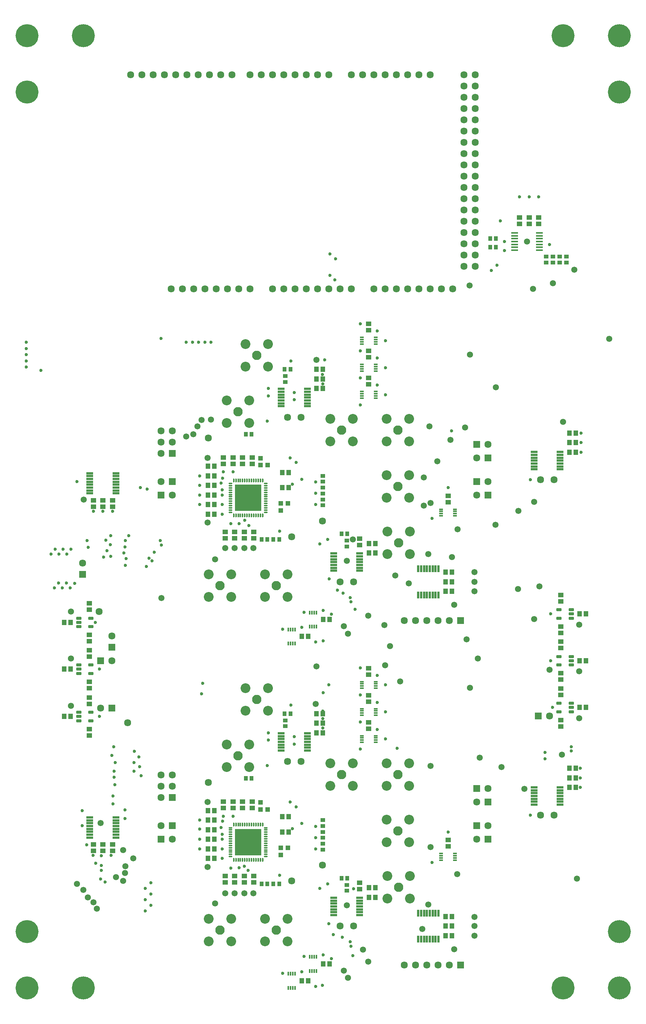
<source format=gbr>
G04*
G04 #@! TF.GenerationSoftware,Altium Limited,Altium Designer,23.5.1 (21)*
G04*
G04 Layer_Color=8388736*
%FSLAX26Y26*%
%MOIN*%
G70*
G04*
G04 #@! TF.SameCoordinates,6A5F5C75-F477-485A-9627-383C203D1060*
G04*
G04*
G04 #@! TF.FilePolarity,Negative*
G04*
G01*
G75*
%ADD31O,0.033937X0.014252*%
%ADD32O,0.014252X0.033937*%
%ADD33R,0.238268X0.238268*%
%ADD34R,0.045748X0.041811*%
%ADD35R,0.041811X0.035906*%
%ADD36R,0.062992X0.013780*%
%ADD37R,0.035906X0.041811*%
%ADD38R,0.062480X0.022126*%
%ADD39R,0.041811X0.045748*%
%ADD40R,0.037874X0.016220*%
G04:AMPARAMS|DCode=41|XSize=28.031mil|YSize=43.779mil|CornerRadius=4.213mil|HoleSize=0mil|Usage=FLASHONLY|Rotation=270.000|XOffset=0mil|YOffset=0mil|HoleType=Round|Shape=RoundedRectangle|*
%AMROUNDEDRECTD41*
21,1,0.028031,0.035354,0,0,270.0*
21,1,0.019606,0.043779,0,0,270.0*
1,1,0.008425,-0.017677,-0.009803*
1,1,0.008425,-0.017677,0.009803*
1,1,0.008425,0.017677,0.009803*
1,1,0.008425,0.017677,-0.009803*
%
%ADD41ROUNDEDRECTD41*%
%ADD42R,0.022126X0.062480*%
%ADD43R,0.016220X0.037874*%
%ADD44R,0.039843X0.039843*%
%ADD45R,0.039843X0.039843*%
%ADD46C,0.204409*%
%ADD47C,0.063465*%
%ADD48C,0.087087*%
%ADD49R,0.063465X0.063465*%
%ADD50C,0.083150*%
%ADD51R,0.063465X0.063465*%
%ADD52C,0.029409*%
%ADD53C,0.054409*%
D31*
X1959488Y1572953D02*
D03*
Y1553268D02*
D03*
Y1533583D02*
D03*
Y1513898D02*
D03*
Y1494213D02*
D03*
Y1474527D02*
D03*
Y1454842D02*
D03*
Y1435158D02*
D03*
Y1415472D02*
D03*
Y1395787D02*
D03*
Y1376102D02*
D03*
Y1356417D02*
D03*
Y1336732D02*
D03*
Y1317047D02*
D03*
X2270512D02*
D03*
Y1336732D02*
D03*
Y1356417D02*
D03*
Y1376102D02*
D03*
Y1395787D02*
D03*
Y1415472D02*
D03*
Y1435158D02*
D03*
Y1454842D02*
D03*
Y1474527D02*
D03*
Y1494213D02*
D03*
Y1513898D02*
D03*
Y1533583D02*
D03*
Y1553268D02*
D03*
Y1572953D02*
D03*
X1959488Y4627953D02*
D03*
Y4608268D02*
D03*
Y4588583D02*
D03*
Y4568898D02*
D03*
Y4549213D02*
D03*
Y4529528D02*
D03*
Y4509842D02*
D03*
Y4490158D02*
D03*
Y4470472D02*
D03*
Y4450787D02*
D03*
Y4431102D02*
D03*
Y4411417D02*
D03*
Y4391732D02*
D03*
Y4372047D02*
D03*
X2270512D02*
D03*
Y4391732D02*
D03*
Y4411417D02*
D03*
Y4431102D02*
D03*
Y4450787D02*
D03*
Y4470472D02*
D03*
Y4490158D02*
D03*
Y4509842D02*
D03*
Y4529528D02*
D03*
Y4549213D02*
D03*
Y4568898D02*
D03*
Y4588583D02*
D03*
Y4608268D02*
D03*
Y4627953D02*
D03*
D32*
X1987047Y1289488D02*
D03*
X2006732D02*
D03*
X2026417D02*
D03*
X2046102D02*
D03*
X2065787D02*
D03*
X2085472D02*
D03*
X2105157D02*
D03*
X2124843D02*
D03*
X2144528D02*
D03*
X2164213D02*
D03*
X2183898D02*
D03*
X2203583D02*
D03*
X2223268D02*
D03*
X2242953D02*
D03*
Y1600512D02*
D03*
X2223268D02*
D03*
X2203583D02*
D03*
X2183898D02*
D03*
X2164213D02*
D03*
X2144528D02*
D03*
X2124843D02*
D03*
X2105157D02*
D03*
X2085472D02*
D03*
X2065787D02*
D03*
X2046102D02*
D03*
X2026417D02*
D03*
X2006732D02*
D03*
X1987047D02*
D03*
Y4344488D02*
D03*
X2006732D02*
D03*
X2026417D02*
D03*
X2046102D02*
D03*
X2065787D02*
D03*
X2085472D02*
D03*
X2105157D02*
D03*
X2124843D02*
D03*
X2144528D02*
D03*
X2164213D02*
D03*
X2183898D02*
D03*
X2203583D02*
D03*
X2223268D02*
D03*
X2242953D02*
D03*
Y4655512D02*
D03*
X2223268D02*
D03*
X2203583D02*
D03*
X2183898D02*
D03*
X2164213D02*
D03*
X2144528D02*
D03*
X2124843D02*
D03*
X2105157D02*
D03*
X2085472D02*
D03*
X2065787D02*
D03*
X2046102D02*
D03*
X2026417D02*
D03*
X2006732D02*
D03*
X1987047D02*
D03*
D33*
X2115000Y1445000D02*
D03*
Y4500000D02*
D03*
D34*
X4695000Y6931457D02*
D03*
Y6988543D02*
D03*
X4610000Y6931457D02*
D03*
Y6988543D02*
D03*
X4525000Y6931457D02*
D03*
Y6988543D02*
D03*
X1895000Y4801456D02*
D03*
X1910000Y4198544D02*
D03*
X1895000Y1746456D02*
D03*
X1910000Y1143544D02*
D03*
X3890000Y4518544D02*
D03*
X3185000Y6043544D02*
D03*
Y5803544D02*
D03*
Y5563544D02*
D03*
X3105000Y4138544D02*
D03*
X4890000Y3301456D02*
D03*
Y3638544D02*
D03*
Y3223544D02*
D03*
X2165000Y4141456D02*
D03*
X2080000D02*
D03*
X4890000Y2886456D02*
D03*
Y2808544D02*
D03*
X3185000Y2988544D02*
D03*
Y2748544D02*
D03*
Y2508544D02*
D03*
X4890000Y2471456D02*
D03*
X3890000Y1463544D02*
D03*
X3105000Y1083544D02*
D03*
X2165000Y1086456D02*
D03*
X2080000D02*
D03*
X2065000Y4858544D02*
D03*
X1895000D02*
D03*
X1980000D02*
D03*
X1995000Y4141456D02*
D03*
X1910000D02*
D03*
X910000Y4421456D02*
D03*
X740000D02*
D03*
X825000D02*
D03*
X705000Y3563544D02*
D03*
Y3148544D02*
D03*
Y3226456D02*
D03*
Y2728544D02*
D03*
Y2811456D02*
D03*
Y2391456D02*
D03*
X2065000Y1803544D02*
D03*
X1980000D02*
D03*
X1895000D02*
D03*
X1995000Y1086456D02*
D03*
X1910000D02*
D03*
X825000Y1366456D02*
D03*
X910000D02*
D03*
X740000D02*
D03*
X2150000Y1803544D02*
D03*
Y1746456D02*
D03*
X3105000Y1026456D02*
D03*
X3185000Y2691456D02*
D03*
Y2451456D02*
D03*
Y2931456D02*
D03*
X1995000Y1143544D02*
D03*
X1980000Y1746456D02*
D03*
X3890000Y1406456D02*
D03*
X2080000Y1143544D02*
D03*
X2065000Y1746456D02*
D03*
X2165000Y1143544D02*
D03*
Y4198544D02*
D03*
X2065000Y4801456D02*
D03*
X2080000Y4198544D02*
D03*
X3890000Y4461456D02*
D03*
X1980000Y4801456D02*
D03*
X1995000Y4198544D02*
D03*
X3185000Y5986456D02*
D03*
Y5506456D02*
D03*
Y5746456D02*
D03*
X3105000Y4081456D02*
D03*
X2150000Y4858544D02*
D03*
Y4801456D02*
D03*
X4890000Y2528544D02*
D03*
X705000Y2671456D02*
D03*
X4890000Y2751456D02*
D03*
X705000Y2448544D02*
D03*
X4890000Y3358544D02*
D03*
Y2943544D02*
D03*
Y3581456D02*
D03*
Y3166456D02*
D03*
X705000Y3506456D02*
D03*
Y3091456D02*
D03*
Y3283544D02*
D03*
Y2868544D02*
D03*
X740000Y4478544D02*
D03*
X825000D02*
D03*
X910000D02*
D03*
X740000Y1423544D02*
D03*
X825000D02*
D03*
X910000D02*
D03*
D35*
X4940000Y6589409D02*
D03*
Y6640591D02*
D03*
X4820000Y6589409D02*
D03*
Y6640591D02*
D03*
X4880000Y6589409D02*
D03*
Y6640591D02*
D03*
X4760000Y6589409D02*
D03*
Y6640591D02*
D03*
X2779198Y4643600D02*
D03*
Y4538600D02*
D03*
Y4433600D02*
D03*
Y1588600D02*
D03*
Y1483600D02*
D03*
Y1378600D02*
D03*
Y1639780D02*
D03*
X2445000Y2525590D02*
D03*
Y2474410D02*
D03*
X2779198Y1534780D02*
D03*
X2990000Y1065590D02*
D03*
Y1014410D02*
D03*
X2779198Y1429780D02*
D03*
Y4484780D02*
D03*
X2990000Y4120590D02*
D03*
Y4069410D02*
D03*
X2779198Y4589780D02*
D03*
X2445000Y5580590D02*
D03*
Y5529410D02*
D03*
X2779198Y4694780D02*
D03*
D36*
X4700236Y6851772D02*
D03*
Y6826181D02*
D03*
Y6800591D02*
D03*
Y6775000D02*
D03*
Y6749409D02*
D03*
Y6723819D02*
D03*
Y6698228D02*
D03*
X4479764D02*
D03*
Y6723819D02*
D03*
Y6749409D02*
D03*
Y6775000D02*
D03*
Y6800591D02*
D03*
Y6826181D02*
D03*
Y6851772D02*
D03*
D37*
X4264409Y6725000D02*
D03*
X4315591D02*
D03*
X4315590Y6800000D02*
D03*
X4264410D02*
D03*
X2490590Y5640000D02*
D03*
X2145590Y5065000D02*
D03*
X2944410Y4180000D02*
D03*
X2285590Y4130000D02*
D03*
X2390590D02*
D03*
X2490590Y2585000D02*
D03*
X2145590Y2010000D02*
D03*
X2944410Y1125000D02*
D03*
X2285590Y1075000D02*
D03*
X2390590D02*
D03*
X2094410Y2010000D02*
D03*
X2339410Y1075000D02*
D03*
X2234410D02*
D03*
X2439410Y2585000D02*
D03*
X2995590Y1125000D02*
D03*
Y4180000D02*
D03*
X2439410Y5640000D02*
D03*
X2234410Y4130000D02*
D03*
X2339410D02*
D03*
X2094410Y5065000D02*
D03*
D38*
X4654330Y4804410D02*
D03*
X2409330Y5364410D02*
D03*
Y2309410D02*
D03*
X4654330Y1829410D02*
D03*
X2874330Y3904410D02*
D03*
Y849410D02*
D03*
X4654330Y4753228D02*
D03*
X2409330Y5313228D02*
D03*
X2874330Y3853228D02*
D03*
X4654330Y1778228D02*
D03*
X2409330Y2258228D02*
D03*
X2874330Y798228D02*
D03*
X709330Y4642796D02*
D03*
Y1664566D02*
D03*
Y1638976D02*
D03*
Y1587796D02*
D03*
Y1485434D02*
D03*
X4654330Y4906772D02*
D03*
Y4881182D02*
D03*
Y4855590D02*
D03*
Y4830000D02*
D03*
Y4778818D02*
D03*
X4885670Y4753228D02*
D03*
Y4778818D02*
D03*
Y4804410D02*
D03*
Y4830000D02*
D03*
Y4855590D02*
D03*
Y4881182D02*
D03*
Y4906772D02*
D03*
X2409330Y2411772D02*
D03*
Y2386182D02*
D03*
Y2360590D02*
D03*
Y2335000D02*
D03*
Y2283818D02*
D03*
X2640670Y2258228D02*
D03*
Y2283818D02*
D03*
Y2309410D02*
D03*
Y2335000D02*
D03*
Y2360590D02*
D03*
Y2386182D02*
D03*
Y2411772D02*
D03*
X2874330Y951772D02*
D03*
Y926182D02*
D03*
Y900590D02*
D03*
Y875000D02*
D03*
Y823818D02*
D03*
X3105670Y798228D02*
D03*
Y823818D02*
D03*
Y849410D02*
D03*
Y875000D02*
D03*
Y900590D02*
D03*
Y926182D02*
D03*
Y951772D02*
D03*
X2874330Y4006772D02*
D03*
Y3981182D02*
D03*
Y3955590D02*
D03*
Y3930000D02*
D03*
Y3878818D02*
D03*
X3105670Y3853228D02*
D03*
Y3878818D02*
D03*
Y3904410D02*
D03*
Y3930000D02*
D03*
Y3955590D02*
D03*
Y3981182D02*
D03*
Y4006772D02*
D03*
X2409330Y5466772D02*
D03*
Y5441182D02*
D03*
Y5415590D02*
D03*
Y5390000D02*
D03*
Y5338818D02*
D03*
X2640670Y5313228D02*
D03*
Y5338818D02*
D03*
Y5364410D02*
D03*
Y5390000D02*
D03*
Y5415590D02*
D03*
Y5441182D02*
D03*
Y5466772D02*
D03*
X4885670Y1931772D02*
D03*
Y1906182D02*
D03*
Y1880590D02*
D03*
Y1855000D02*
D03*
Y1829410D02*
D03*
Y1803818D02*
D03*
Y1778228D02*
D03*
X4654330Y1803818D02*
D03*
Y1855000D02*
D03*
Y1880590D02*
D03*
Y1906182D02*
D03*
Y1931772D02*
D03*
X940670Y4540434D02*
D03*
Y4566024D02*
D03*
Y4591614D02*
D03*
Y4617204D02*
D03*
Y4642796D02*
D03*
Y4668386D02*
D03*
Y4693976D02*
D03*
Y4719566D02*
D03*
X709330D02*
D03*
Y4693976D02*
D03*
Y4668386D02*
D03*
Y4617204D02*
D03*
Y4591614D02*
D03*
Y4566024D02*
D03*
Y4540434D02*
D03*
Y1511024D02*
D03*
Y1536614D02*
D03*
Y1562204D02*
D03*
Y1613386D02*
D03*
X940670Y1664566D02*
D03*
Y1638976D02*
D03*
Y1613386D02*
D03*
Y1587796D02*
D03*
Y1562204D02*
D03*
Y1536614D02*
D03*
Y1511024D02*
D03*
Y1485434D02*
D03*
D39*
X1813544Y4440000D02*
D03*
Y1385000D02*
D03*
X5023544Y5075000D02*
D03*
Y4990000D02*
D03*
Y4905000D02*
D03*
X3243544Y4095000D02*
D03*
X5056456Y3470000D02*
D03*
X3923544Y3840000D02*
D03*
Y3755000D02*
D03*
X3243544Y4010000D02*
D03*
X3923544Y3670000D02*
D03*
X2777086Y5555000D02*
D03*
Y5640000D02*
D03*
Y5470000D02*
D03*
X2473544Y4590000D02*
D03*
Y4725000D02*
D03*
X2838544Y3420000D02*
D03*
X2648544Y3270000D02*
D03*
X5056456Y3055000D02*
D03*
Y2640000D02*
D03*
X5023544Y2015000D02*
D03*
Y2100000D02*
D03*
Y1930000D02*
D03*
X3923544Y700000D02*
D03*
Y785000D02*
D03*
Y615000D02*
D03*
X3243544Y955000D02*
D03*
Y1040000D02*
D03*
X2777086Y2500000D02*
D03*
Y2585000D02*
D03*
Y2415000D02*
D03*
X2473544Y1535000D02*
D03*
Y1670000D02*
D03*
X2838544Y365000D02*
D03*
X2648544Y215000D02*
D03*
X1756456Y4780000D02*
D03*
Y4610000D02*
D03*
Y4695000D02*
D03*
Y4440000D02*
D03*
Y4525000D02*
D03*
Y4355000D02*
D03*
X538544Y3395000D02*
D03*
Y2980000D02*
D03*
Y2560000D02*
D03*
X1756456Y1725000D02*
D03*
Y1640000D02*
D03*
Y1555000D02*
D03*
Y1470000D02*
D03*
Y1385000D02*
D03*
Y1300000D02*
D03*
X4966456Y5075000D02*
D03*
Y4905000D02*
D03*
Y4990000D02*
D03*
X2720000Y2585000D02*
D03*
Y2500000D02*
D03*
Y2415000D02*
D03*
X3186456Y1040000D02*
D03*
Y955000D02*
D03*
X3866456Y785000D02*
D03*
Y700000D02*
D03*
Y615000D02*
D03*
X2781456Y365000D02*
D03*
X2591456Y215000D02*
D03*
X1813544Y1470000D02*
D03*
Y1300000D02*
D03*
X2416456Y1670000D02*
D03*
X1813544Y1555000D02*
D03*
Y1640000D02*
D03*
Y1725000D02*
D03*
X2416456Y1535000D02*
D03*
X1813544Y4780000D02*
D03*
Y4695000D02*
D03*
Y4610000D02*
D03*
X2416456Y4590000D02*
D03*
Y4725000D02*
D03*
X1813544Y4355000D02*
D03*
Y4525000D02*
D03*
X2591456Y3270000D02*
D03*
X2781456Y3420000D02*
D03*
X3866456Y3670000D02*
D03*
Y3755000D02*
D03*
Y3840000D02*
D03*
X3186456Y4010000D02*
D03*
Y4095000D02*
D03*
X2720000Y5470000D02*
D03*
Y5555000D02*
D03*
Y5640000D02*
D03*
X5113544Y2640000D02*
D03*
X481456Y2560000D02*
D03*
X5113544Y3470000D02*
D03*
Y3055000D02*
D03*
X481456Y3395000D02*
D03*
Y2980000D02*
D03*
X4966456Y1930000D02*
D03*
Y2015000D02*
D03*
Y2100000D02*
D03*
D40*
X3827992Y4340472D02*
D03*
X3122992Y5865472D02*
D03*
Y5385472D02*
D03*
Y5625472D02*
D03*
Y2810472D02*
D03*
Y2570472D02*
D03*
X3827992Y1285472D02*
D03*
X3122992Y2330472D02*
D03*
X3247008Y2629528D02*
D03*
Y2609842D02*
D03*
Y2590158D02*
D03*
Y2570472D02*
D03*
X3122992Y2590158D02*
D03*
Y2609842D02*
D03*
Y2629528D02*
D03*
X3247008Y2389528D02*
D03*
Y2369842D02*
D03*
Y2350158D02*
D03*
Y2330472D02*
D03*
X3122992Y2350158D02*
D03*
Y2369842D02*
D03*
Y2389528D02*
D03*
X3247008Y2869528D02*
D03*
Y2849842D02*
D03*
Y2830158D02*
D03*
Y2810472D02*
D03*
X3122992Y2830158D02*
D03*
Y2849842D02*
D03*
Y2869528D02*
D03*
X3952008Y1344528D02*
D03*
Y1324842D02*
D03*
Y1305158D02*
D03*
Y1285472D02*
D03*
X3827992Y1305158D02*
D03*
Y1324842D02*
D03*
Y1344528D02*
D03*
X3952008Y4399528D02*
D03*
Y4379842D02*
D03*
Y4360158D02*
D03*
Y4340472D02*
D03*
X3827992Y4360158D02*
D03*
Y4379842D02*
D03*
Y4399528D02*
D03*
X3122992Y5924528D02*
D03*
Y5904842D02*
D03*
Y5885158D02*
D03*
X3247008Y5865472D02*
D03*
Y5885158D02*
D03*
Y5904842D02*
D03*
Y5924528D02*
D03*
X3122992Y5444528D02*
D03*
Y5424842D02*
D03*
Y5405158D02*
D03*
X3247008Y5385472D02*
D03*
Y5405158D02*
D03*
Y5424842D02*
D03*
Y5444528D02*
D03*
X3122992Y5684528D02*
D03*
Y5664842D02*
D03*
Y5645158D02*
D03*
X3247008Y5625472D02*
D03*
Y5645158D02*
D03*
Y5664842D02*
D03*
Y5684528D02*
D03*
D41*
X4984134Y3470000D02*
D03*
Y3055000D02*
D03*
Y2640000D02*
D03*
X610866Y3395000D02*
D03*
Y2980000D02*
D03*
Y2560000D02*
D03*
X4875866Y2602598D02*
D03*
Y2677402D02*
D03*
X4984134D02*
D03*
Y2602598D02*
D03*
X610866Y2597402D02*
D03*
Y2522598D02*
D03*
X719134D02*
D03*
Y2597402D02*
D03*
X4984134Y3432598D02*
D03*
Y3507402D02*
D03*
X4875866D02*
D03*
Y3432598D02*
D03*
Y3017598D02*
D03*
Y3092402D02*
D03*
X4984134D02*
D03*
Y3017598D02*
D03*
X610866Y3432402D02*
D03*
Y3357598D02*
D03*
X719134D02*
D03*
Y3432402D02*
D03*
X610866Y3017402D02*
D03*
Y2942598D02*
D03*
X719134D02*
D03*
Y3017402D02*
D03*
D42*
X3702204Y3639330D02*
D03*
Y584330D02*
D03*
X3804566Y815670D02*
D03*
X3778976D02*
D03*
X3753386D02*
D03*
X3727796D02*
D03*
X3702204D02*
D03*
X3676614D02*
D03*
X3651024D02*
D03*
X3625434D02*
D03*
Y584330D02*
D03*
X3651024D02*
D03*
X3676614D02*
D03*
X3727796D02*
D03*
X3753386D02*
D03*
X3778976D02*
D03*
X3804566D02*
D03*
Y3870670D02*
D03*
X3778976D02*
D03*
X3753386D02*
D03*
X3727796D02*
D03*
X3702204D02*
D03*
X3676614D02*
D03*
X3651024D02*
D03*
X3625434D02*
D03*
Y3639330D02*
D03*
X3651024D02*
D03*
X3676614D02*
D03*
X3727796D02*
D03*
X3753386D02*
D03*
X3778976D02*
D03*
X3804566D02*
D03*
D43*
X2660472Y3482008D02*
D03*
X2470472Y3332008D02*
D03*
X2660472Y427008D02*
D03*
X2470472Y277008D02*
D03*
X2719528Y302992D02*
D03*
X2699842D02*
D03*
X2680158D02*
D03*
X2660472D02*
D03*
X2680158Y427008D02*
D03*
X2699842D02*
D03*
X2719528D02*
D03*
X2529528Y152992D02*
D03*
X2509842D02*
D03*
X2490158D02*
D03*
X2470472D02*
D03*
X2490158Y277008D02*
D03*
X2509842D02*
D03*
X2529528D02*
D03*
Y3207992D02*
D03*
X2509842D02*
D03*
X2490158D02*
D03*
X2470472D02*
D03*
X2490158Y3332008D02*
D03*
X2509842D02*
D03*
X2529528D02*
D03*
X2719528Y3357992D02*
D03*
X2699842D02*
D03*
X2680158D02*
D03*
X2660472D02*
D03*
X2680158Y3482008D02*
D03*
X2699842D02*
D03*
X2719528D02*
D03*
D44*
X2225000Y1735000D02*
D03*
X2287992D02*
D03*
X2225000Y1797992D02*
D03*
Y4790000D02*
D03*
X2287992D02*
D03*
X2225000Y4852992D02*
D03*
D45*
X2405000Y1395000D02*
D03*
Y1332008D02*
D03*
X2467992Y1395000D02*
D03*
X2405000Y4450000D02*
D03*
Y4387008D02*
D03*
X2467992Y4450000D02*
D03*
D46*
X4910000Y150000D02*
D03*
X5410000Y650000D02*
D03*
Y8100000D02*
D03*
X4910000Y8600000D02*
D03*
X650000Y150000D02*
D03*
X150000Y650000D02*
D03*
Y8100000D02*
D03*
X650000Y8600000D02*
D03*
X150000D02*
D03*
Y150000D02*
D03*
X5410000Y8600000D02*
D03*
Y150000D02*
D03*
D47*
X4710000Y4660000D02*
D03*
X2465000Y5215000D02*
D03*
Y2160000D02*
D03*
X4710000Y1685000D02*
D03*
X2930000Y3755000D02*
D03*
Y700000D02*
D03*
X645000Y3920000D02*
D03*
X4130000Y6555000D02*
D03*
X4030000D02*
D03*
X2030000Y6355000D02*
D03*
X1930000D02*
D03*
X1370000Y8255000D02*
D03*
X4830000Y4660000D02*
D03*
X1340000Y4895000D02*
D03*
X1440000Y4995000D02*
D03*
X1340000D02*
D03*
X1440000Y5095000D02*
D03*
X1340000D02*
D03*
Y1840000D02*
D03*
X1440000Y1940000D02*
D03*
X1340000D02*
D03*
X1440000Y2040000D02*
D03*
X1340000D02*
D03*
X2585000Y2160000D02*
D03*
X3050000Y700000D02*
D03*
X1760000Y1975000D02*
D03*
X3900000Y355000D02*
D03*
X3800000D02*
D03*
X3700000D02*
D03*
X3600000D02*
D03*
X3500000D02*
D03*
X2500000Y1100000D02*
D03*
X2775000Y1240000D02*
D03*
X1340000Y1590000D02*
D03*
X1440000Y1470000D02*
D03*
X4245000Y1920000D02*
D03*
X4145000Y1800000D02*
D03*
X4245000Y1590000D02*
D03*
X4145000Y1470000D02*
D03*
X2775000Y4295000D02*
D03*
X1760000Y5030000D02*
D03*
X4245000Y4645000D02*
D03*
X4145000Y4525000D02*
D03*
X4245000Y4975000D02*
D03*
X4145000Y4855000D02*
D03*
X1340000Y4645000D02*
D03*
X1440000Y4525000D02*
D03*
X2500000Y4155000D02*
D03*
X3900000Y3410000D02*
D03*
X3800000D02*
D03*
X3700000D02*
D03*
X3600000D02*
D03*
X3500000D02*
D03*
X3050000Y3755000D02*
D03*
X2585000Y5215000D02*
D03*
X4790000Y2565000D02*
D03*
X805000Y2635000D02*
D03*
X905000Y3055000D02*
D03*
Y3275000D02*
D03*
X4830000Y1685000D02*
D03*
X2430000Y6355000D02*
D03*
X2630000D02*
D03*
X2530000D02*
D03*
X2830000D02*
D03*
X2730000D02*
D03*
X3030000D02*
D03*
X2930000D02*
D03*
X2330000D02*
D03*
X4130000Y6655000D02*
D03*
X4030000D02*
D03*
X4130000Y6955000D02*
D03*
Y6855000D02*
D03*
Y6755000D02*
D03*
Y7055000D02*
D03*
X4030000Y6955000D02*
D03*
Y6855000D02*
D03*
Y6755000D02*
D03*
Y7055000D02*
D03*
X4130000Y7455000D02*
D03*
Y7355000D02*
D03*
X4030000D02*
D03*
X4130000Y7255000D02*
D03*
X4030000D02*
D03*
X4130000Y7155000D02*
D03*
X4030000D02*
D03*
Y7455000D02*
D03*
X4130000Y7755000D02*
D03*
Y7655000D02*
D03*
Y7555000D02*
D03*
Y7855000D02*
D03*
X4030000Y7755000D02*
D03*
Y7655000D02*
D03*
Y7555000D02*
D03*
Y7855000D02*
D03*
X3130000Y8255000D02*
D03*
X3330000D02*
D03*
X3230000D02*
D03*
X3530000D02*
D03*
X3430000D02*
D03*
X3730000D02*
D03*
X3630000D02*
D03*
X3030000D02*
D03*
X2230000D02*
D03*
X2430000D02*
D03*
X2330000D02*
D03*
X2630000D02*
D03*
X2530000D02*
D03*
X2830000D02*
D03*
X2730000D02*
D03*
X1570000D02*
D03*
X1470000D02*
D03*
X1770000D02*
D03*
X1670000D02*
D03*
X1170000D02*
D03*
X1070000D02*
D03*
X1270000D02*
D03*
X1970000D02*
D03*
X1870000D02*
D03*
X2130000D02*
D03*
X4130000D02*
D03*
Y8155000D02*
D03*
X4030000D02*
D03*
X4130000Y8055000D02*
D03*
X4030000D02*
D03*
X4130000Y7955000D02*
D03*
X4030000D02*
D03*
Y8255000D02*
D03*
X3330000Y6355000D02*
D03*
X3530000D02*
D03*
X3430000D02*
D03*
X3730000D02*
D03*
X3630000D02*
D03*
X3930000D02*
D03*
X3830000D02*
D03*
X3230000D02*
D03*
X1530000D02*
D03*
X1730000D02*
D03*
X1630000D02*
D03*
X1830000D02*
D03*
X2130000D02*
D03*
X1430000D02*
D03*
X1045000Y2505000D02*
D03*
X790000Y3490000D02*
D03*
D48*
X3545000Y5200000D02*
D03*
X3345000D02*
D03*
X3545000Y5000000D02*
D03*
X3345000Y4700000D02*
D03*
Y5000000D02*
D03*
X3545000Y4500000D02*
D03*
Y4700000D02*
D03*
X3550000Y4200000D02*
D03*
X3350000D02*
D03*
X3345000Y4500000D02*
D03*
X3550000Y4000000D02*
D03*
X3350000D02*
D03*
X2845000Y5200000D02*
D03*
X2290000Y5665000D02*
D03*
Y5865000D02*
D03*
X3045000Y5200000D02*
D03*
Y5000000D02*
D03*
X2845000D02*
D03*
X2125000Y5165000D02*
D03*
Y5365000D02*
D03*
X2465000Y3620000D02*
D03*
Y3820000D02*
D03*
X2265000Y3620000D02*
D03*
Y3820000D02*
D03*
X3545000Y1645000D02*
D03*
Y1945000D02*
D03*
X3550000Y1145000D02*
D03*
Y945000D02*
D03*
X3545000Y2145000D02*
D03*
X3345000Y1645000D02*
D03*
Y1945000D02*
D03*
X3545000Y1445000D02*
D03*
X3350000Y1145000D02*
D03*
X3345000Y1445000D02*
D03*
Y2145000D02*
D03*
X3350000Y945000D02*
D03*
X2845000Y2145000D02*
D03*
X2290000Y2610000D02*
D03*
Y2810000D02*
D03*
X3045000Y2145000D02*
D03*
Y1945000D02*
D03*
X2845000D02*
D03*
X2125000Y2110000D02*
D03*
Y2310000D02*
D03*
X2465000Y565000D02*
D03*
Y765000D02*
D03*
X2265000Y565000D02*
D03*
Y765000D02*
D03*
X2090000Y5865000D02*
D03*
Y5665000D02*
D03*
X1925000Y5165000D02*
D03*
Y5365000D02*
D03*
X2090000Y2810000D02*
D03*
Y2610000D02*
D03*
X1965000Y3820000D02*
D03*
Y3620000D02*
D03*
X1925000Y2110000D02*
D03*
Y2310000D02*
D03*
X1765000Y3620000D02*
D03*
Y3820000D02*
D03*
X1965000Y765000D02*
D03*
Y565000D02*
D03*
X1765000D02*
D03*
Y765000D02*
D03*
D49*
X1440000Y4895000D02*
D03*
Y1840000D02*
D03*
X645000Y3820000D02*
D03*
X905000Y3175000D02*
D03*
D50*
X2365000Y665000D02*
D03*
X2025000Y2210000D02*
D03*
X1865000Y665000D02*
D03*
X2945000Y2045000D02*
D03*
X2190000Y2710000D02*
D03*
X3445000Y2045000D02*
D03*
X3450000Y1045000D02*
D03*
X3445000Y1545000D02*
D03*
X3450000Y4100000D02*
D03*
X3445000Y4600000D02*
D03*
X2190000Y5765000D02*
D03*
X3445000Y5100000D02*
D03*
X1865000Y3720000D02*
D03*
X2945000Y5100000D02*
D03*
X2365000Y3720000D02*
D03*
X2025000Y5265000D02*
D03*
D51*
X4000000Y355000D02*
D03*
X1440000Y1590000D02*
D03*
X1340000Y1470000D02*
D03*
X4145000Y1920000D02*
D03*
X4245000Y1800000D02*
D03*
X4145000Y1590000D02*
D03*
X4245000Y1470000D02*
D03*
X4145000Y4645000D02*
D03*
X4245000Y4525000D02*
D03*
X4145000Y4975000D02*
D03*
X4245000Y4855000D02*
D03*
X1440000Y4645000D02*
D03*
X1340000Y4525000D02*
D03*
X4000000Y3410000D02*
D03*
X4690000Y2565000D02*
D03*
X905000Y2635000D02*
D03*
X805000Y3055000D02*
D03*
D52*
X4355144Y6956413D02*
D03*
X2028386Y1531614D02*
D03*
X2071693D02*
D03*
X2115000D02*
D03*
X2158307D02*
D03*
X2201614D02*
D03*
X2028386Y1488307D02*
D03*
X2071693D02*
D03*
X2115000D02*
D03*
X2158307D02*
D03*
X2201614D02*
D03*
X2028386Y1445000D02*
D03*
X2071693D02*
D03*
X2115000D02*
D03*
X2158307D02*
D03*
X2201614D02*
D03*
X2028386Y1401693D02*
D03*
X2071693D02*
D03*
X2115000D02*
D03*
X2158307D02*
D03*
X2201614D02*
D03*
X2028386Y1358386D02*
D03*
X2071693D02*
D03*
X2115000D02*
D03*
X2158307D02*
D03*
X2201614D02*
D03*
X2028386Y4586614D02*
D03*
X2071693D02*
D03*
X2115000D02*
D03*
X2158307D02*
D03*
X2201614D02*
D03*
X2028386Y4543307D02*
D03*
X2071693D02*
D03*
X2115000D02*
D03*
X2158307D02*
D03*
X2201614D02*
D03*
X2028386Y4500000D02*
D03*
X2071693D02*
D03*
X2115000D02*
D03*
X2158307D02*
D03*
X2201614D02*
D03*
X2028386Y4456693D02*
D03*
X2071693D02*
D03*
X2115000D02*
D03*
X2158307D02*
D03*
X2201614D02*
D03*
X2028386Y4413386D02*
D03*
X2071693D02*
D03*
X2115000D02*
D03*
X2158307D02*
D03*
X2201614D02*
D03*
X1335000Y4120000D02*
D03*
X3050000Y1030000D02*
D03*
X3436867Y2278048D02*
D03*
X3260000Y2925000D02*
D03*
X3335000Y2840000D02*
D03*
X3749134Y1264598D02*
D03*
X5065000Y2100000D02*
D03*
X5070000Y4990000D02*
D03*
Y5075000D02*
D03*
Y4905000D02*
D03*
X4985000Y2290000D02*
D03*
X4273873Y6516434D02*
D03*
X2840000Y6475000D02*
D03*
X2841075Y6666063D02*
D03*
X2885000Y6435000D02*
D03*
X2890000Y6620000D02*
D03*
X2523826Y5435566D02*
D03*
X4325000Y6565000D02*
D03*
X4790000Y6747500D02*
D03*
X4390000Y6773091D02*
D03*
X4525000Y7170000D02*
D03*
X4610000D02*
D03*
X4695000D02*
D03*
X4390000Y6695000D02*
D03*
X5065000Y1930000D02*
D03*
Y2015000D02*
D03*
X810000Y1325000D02*
D03*
X642169Y1725093D02*
D03*
X640000Y1590000D02*
D03*
X680000Y1420000D02*
D03*
X738870Y1327017D02*
D03*
X898870D02*
D03*
X810000Y1237500D02*
D03*
X760000Y1257500D02*
D03*
X2777914Y2458399D02*
D03*
X2777086Y2542500D02*
D03*
X2778087Y5510000D02*
D03*
X2775000Y5595000D02*
D03*
X910000Y4380000D02*
D03*
X825000D02*
D03*
X740000D02*
D03*
X1685000Y1385000D02*
D03*
Y1470000D02*
D03*
Y1642500D02*
D03*
Y1560000D02*
D03*
Y4695000D02*
D03*
Y4610000D02*
D03*
Y4440000D02*
D03*
Y4525000D02*
D03*
X1875000Y4630000D02*
D03*
X1886448Y4675966D02*
D03*
X1730000Y5882500D02*
D03*
X1675000D02*
D03*
X1620000D02*
D03*
X1565000D02*
D03*
X1785000D02*
D03*
X1340000Y5915000D02*
D03*
X145000Y5660000D02*
D03*
X275000Y5630000D02*
D03*
X145000Y5880000D02*
D03*
Y5825000D02*
D03*
Y5770000D02*
D03*
Y5715000D02*
D03*
X1980000Y4730000D02*
D03*
X1895000D02*
D03*
X3063793Y3510687D02*
D03*
X2907042Y3680000D02*
D03*
X2780000Y2770000D02*
D03*
X2777294Y2606484D02*
D03*
X2120000Y4255000D02*
D03*
X845000Y1090000D02*
D03*
X2034090Y1217500D02*
D03*
X1250000Y1085000D02*
D03*
X2115000Y1195000D02*
D03*
X2080000Y1230000D02*
D03*
X802865Y1117346D02*
D03*
X1200481Y835481D02*
D03*
X810000Y1195000D02*
D03*
X1886478Y1631464D02*
D03*
X1885000Y1515000D02*
D03*
Y4570000D02*
D03*
X2085000Y4300000D02*
D03*
X1874938Y1576102D02*
D03*
X400000Y4045000D02*
D03*
X540000D02*
D03*
X365000Y4000000D02*
D03*
X505000D02*
D03*
X470000Y4045000D02*
D03*
X435000Y4000000D02*
D03*
X465000Y3700000D02*
D03*
X573326Y3742148D02*
D03*
X500000Y3745000D02*
D03*
X535000Y3700000D02*
D03*
X430000Y3745000D02*
D03*
X395000Y3700000D02*
D03*
X925000Y2075000D02*
D03*
Y2020000D02*
D03*
X930000Y1955000D02*
D03*
X935000Y2150000D02*
D03*
X905000Y2215000D02*
D03*
X920000Y2290000D02*
D03*
X1165000Y2035000D02*
D03*
X1100000Y2075000D02*
D03*
X1150000Y2115000D02*
D03*
X1100000Y2150000D02*
D03*
X1145000Y2200000D02*
D03*
X1105000Y2250000D02*
D03*
X1710000Y2855000D02*
D03*
X1700000Y2760000D02*
D03*
X2830000Y2840000D02*
D03*
X860000Y4030000D02*
D03*
X830000Y3975000D02*
D03*
X895000Y3980000D02*
D03*
X890000Y4085000D02*
D03*
X850000Y4125000D02*
D03*
X895000Y4165000D02*
D03*
X685000Y4120000D02*
D03*
X695000Y4060000D02*
D03*
X1025000Y3900000D02*
D03*
X1030000Y3960000D02*
D03*
X1010000Y4010000D02*
D03*
X1020000Y4065000D02*
D03*
X1025000Y4120000D02*
D03*
X1055000Y4165000D02*
D03*
X4985000Y2255000D02*
D03*
X4750000Y2185000D02*
D03*
Y2240000D02*
D03*
X595000Y4645000D02*
D03*
X1157518Y4593056D02*
D03*
X1216236Y4576658D02*
D03*
X3028092Y521908D02*
D03*
X2855000Y412500D02*
D03*
X3046116Y438010D02*
D03*
X3020000Y560000D02*
D03*
X1020000Y1730000D02*
D03*
Y1655000D02*
D03*
X915000Y1855000D02*
D03*
Y1785000D02*
D03*
X795000Y2560000D02*
D03*
X2830000Y720000D02*
D03*
X2870000Y625000D02*
D03*
X2835910Y3780910D02*
D03*
X3028092Y3576908D02*
D03*
X2957500Y3655000D02*
D03*
X2855000Y3467500D02*
D03*
X3020000Y3615000D02*
D03*
X2495000Y2660000D02*
D03*
X2715000Y3220000D02*
D03*
X4620000Y4660000D02*
D03*
X4818832Y2640000D02*
D03*
X4800000Y3055000D02*
D03*
X2420000Y3335000D02*
D03*
X2780000Y3230000D02*
D03*
Y3500000D02*
D03*
X2775000Y175000D02*
D03*
X2780000Y445000D02*
D03*
X757500Y3395000D02*
D03*
X1345000Y4082500D02*
D03*
X1260000Y3940000D02*
D03*
X1210000Y3890000D02*
D03*
X1235480Y3964520D02*
D03*
X1280984Y4019016D02*
D03*
X1250000Y985000D02*
D03*
X1200000Y1035000D02*
D03*
X1250000Y885000D02*
D03*
X1200000Y935000D02*
D03*
X795000Y2980000D02*
D03*
X2590000Y295000D02*
D03*
X2715000Y165000D02*
D03*
X3110000Y2990000D02*
D03*
X2487500Y1800000D02*
D03*
X2540738Y1758430D02*
D03*
X3890000Y1535000D02*
D03*
X2506542Y1565758D02*
D03*
X2590000Y1610000D02*
D03*
X2523826Y2380566D02*
D03*
X2295000Y2415000D02*
D03*
X2523826Y2315566D02*
D03*
X2295000Y2350000D02*
D03*
X2285000Y2125000D02*
D03*
X2950000Y600000D02*
D03*
X2750000Y1035000D02*
D03*
X2820000Y1075000D02*
D03*
X3110000Y2510000D02*
D03*
Y2270000D02*
D03*
X2610000Y430000D02*
D03*
X2420000Y280000D02*
D03*
X3110000Y2750000D02*
D03*
X3335000Y2600000D02*
D03*
Y2360000D02*
D03*
X2715000Y1585000D02*
D03*
Y1485000D02*
D03*
Y1385000D02*
D03*
X1885000Y1300000D02*
D03*
Y1385000D02*
D03*
X1895000Y1675000D02*
D03*
X1980000D02*
D03*
X2395000Y1150000D02*
D03*
X2487500Y4855000D02*
D03*
X2295000Y5470000D02*
D03*
X2523826Y5370566D02*
D03*
X2295000Y5405000D02*
D03*
X2750000Y4090000D02*
D03*
X2590000Y4665000D02*
D03*
X2610000Y3485000D02*
D03*
X2495000Y5715000D02*
D03*
X2795000Y5725000D02*
D03*
X2715000Y4440000D02*
D03*
Y4540000D02*
D03*
Y4640000D02*
D03*
X2540738Y4813430D02*
D03*
X2285000Y5180000D02*
D03*
X4620000Y1685000D02*
D03*
X4800000Y3470000D02*
D03*
X1885000Y1470000D02*
D03*
X3260000Y2685000D02*
D03*
Y2445000D02*
D03*
X1960000Y1215000D02*
D03*
X2395000Y4205000D02*
D03*
X2035000Y4270000D02*
D03*
X1885000Y4355000D02*
D03*
Y4440000D02*
D03*
X3335000Y5415000D02*
D03*
Y5655000D02*
D03*
Y5895000D02*
D03*
X3920000Y5095000D02*
D03*
X2820000Y4130000D02*
D03*
X2506542Y4620758D02*
D03*
X2590000Y3350000D02*
D03*
X3110000Y5805000D02*
D03*
Y5565000D02*
D03*
X3260000Y5740000D02*
D03*
Y5500000D02*
D03*
X3110000Y5325000D02*
D03*
Y6045000D02*
D03*
X3260000Y5980000D02*
D03*
X3749134Y4319598D02*
D03*
X3890000Y4590000D02*
D03*
X1885000Y4525000D02*
D03*
X1960000Y4270000D02*
D03*
D53*
X3925000Y3975000D02*
D03*
X3420000Y3810000D02*
D03*
X3180012Y3453800D02*
D03*
X4310000Y4260000D02*
D03*
X4645000Y6355000D02*
D03*
X4315000Y5480000D02*
D03*
X4085000Y2815000D02*
D03*
X3465000Y2870000D02*
D03*
X2720000Y3005000D02*
D03*
X5320000Y5910000D02*
D03*
X4820000Y6405000D02*
D03*
X5035000Y1120000D02*
D03*
X5010000Y6525000D02*
D03*
X5055000Y3375000D02*
D03*
X4085000Y5770000D02*
D03*
X4080000Y6385000D02*
D03*
X3675000Y4680000D02*
D03*
X3045000Y4130000D02*
D03*
X3675000Y4430000D02*
D03*
X3795000Y4825000D02*
D03*
X3910000Y5015000D02*
D03*
X4040000Y5125000D02*
D03*
X4590000Y6775000D02*
D03*
X4910000Y5175000D02*
D03*
X4125000Y3670000D02*
D03*
Y3755000D02*
D03*
Y3840000D02*
D03*
Y615000D02*
D03*
Y700000D02*
D03*
Y780000D02*
D03*
X1025000Y1232500D02*
D03*
X2160000Y990000D02*
D03*
X2080000D02*
D03*
X1995000D02*
D03*
X1910000D02*
D03*
X1820000Y900000D02*
D03*
X2160000Y4055000D02*
D03*
X2080000D02*
D03*
X1995000D02*
D03*
X1910000D02*
D03*
X1755000Y4855000D02*
D03*
X1700000Y5190000D02*
D03*
X1785000Y5195000D02*
D03*
X1665000Y5135000D02*
D03*
X1627500Y5065000D02*
D03*
X4515000Y4385000D02*
D03*
X4655000Y4465000D02*
D03*
X4700000Y3715000D02*
D03*
X4655000Y3425000D02*
D03*
X3375000Y3185000D02*
D03*
X3325000Y3370000D02*
D03*
X2715000Y2670000D02*
D03*
X4900502Y2220000D02*
D03*
X1005000Y1375000D02*
D03*
X1565000Y5045000D02*
D03*
X770000Y855000D02*
D03*
X740000Y910000D02*
D03*
X595000Y1075000D02*
D03*
X650000Y1020000D02*
D03*
X690000Y955000D02*
D03*
X1005000Y1100000D02*
D03*
X1022751Y1172249D02*
D03*
X940000Y1135000D02*
D03*
X1095000Y1300000D02*
D03*
X540000Y3490000D02*
D03*
X4510000Y3690000D02*
D03*
X3660000Y675000D02*
D03*
X3715000Y890000D02*
D03*
X3180000Y385000D02*
D03*
X3542426Y3742574D02*
D03*
X3715000Y4000000D02*
D03*
X3735000Y2120000D02*
D03*
X4790000Y2975000D02*
D03*
X4170000Y2195000D02*
D03*
X4567648Y1917648D02*
D03*
X4365000Y2110000D02*
D03*
X4055000Y3245000D02*
D03*
X4155000Y3075000D02*
D03*
X3975000Y4220000D02*
D03*
X3970000Y1160000D02*
D03*
X3330000Y3015000D02*
D03*
X2965000Y3360000D02*
D03*
X1344950Y3612886D02*
D03*
X803290Y1616198D02*
D03*
X540000Y2655000D02*
D03*
Y3075000D02*
D03*
X655000Y4485000D02*
D03*
X5055000Y2545000D02*
D03*
Y2960000D02*
D03*
X3945000Y495000D02*
D03*
X1755000Y1225000D02*
D03*
Y1800000D02*
D03*
X2990000Y885000D02*
D03*
X3135000Y490000D02*
D03*
X2965000Y305000D02*
D03*
X3000000Y240000D02*
D03*
Y3295000D02*
D03*
X2990000Y3940000D02*
D03*
X3945000Y3550000D02*
D03*
X3735000Y1400000D02*
D03*
X1820000Y3955000D02*
D03*
X2720000Y5725000D02*
D03*
X3735000Y4455000D02*
D03*
X3725000Y5135000D02*
D03*
X1755000Y4280000D02*
D03*
M02*

</source>
